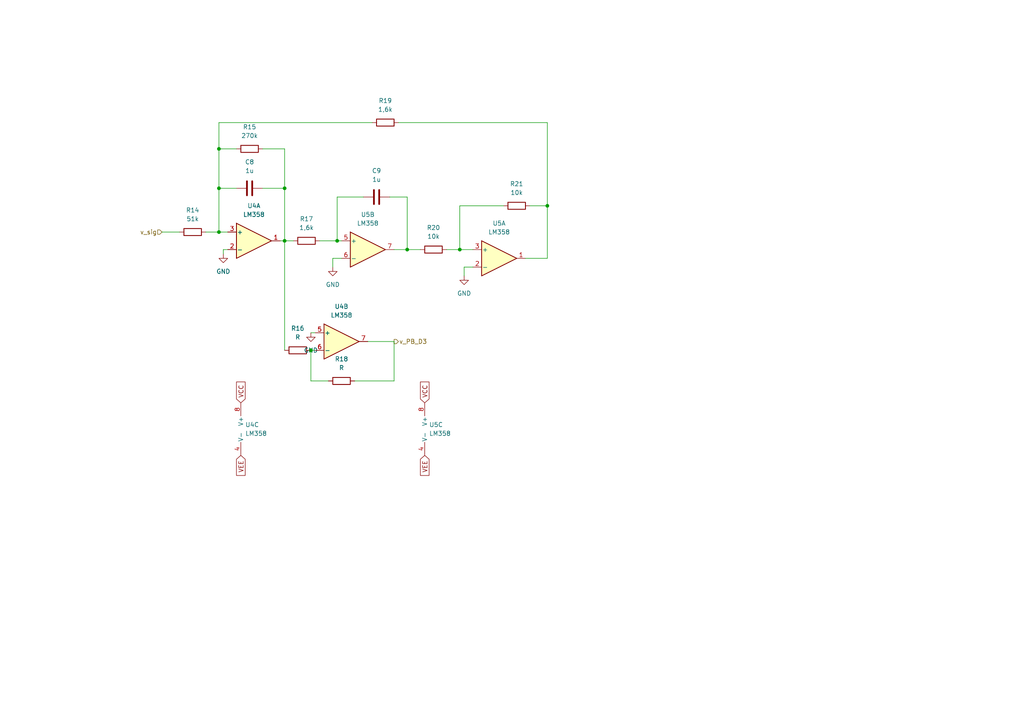
<source format=kicad_sch>
(kicad_sch (version 20211123) (generator eeschema)
  (paper "A4")
  (lib_symbols
    (symbol "Amplifier_Operational:LM358" (pin_names (offset 0.127))
      (property "Reference" "U" (at 0 5.08 0))
      (property "Value" "LM358" (at 0 -5.08 0))
      (symbol "LM358_1_1"
        (polyline (pts (xy -5.08 5.08) (xy 5.08 0) (xy -5.08 -5.08) (xy -5.08 5.08)) (stroke (width 0.254)) (fill (type background)))
        (pin output line (at 7.62 0 180) (length 2.54) (name "~") (number "1"))
        (pin input line (at -7.62 -2.54 0) (length 2.54) (name "-") (number "2"))
        (pin input line (at -7.62 2.54 0) (length 2.54) (name "+") (number "3"))
      )
      (symbol "LM358_2_1"
        (polyline (pts (xy -5.08 5.08) (xy 5.08 0) (xy -5.08 -5.08) (xy -5.08 5.08)) (stroke (width 0.254)) (fill (type background)))
        (pin input line (at -7.62 2.54 0) (length 2.54) (name "+") (number "5"))
        (pin input line (at -7.62 -2.54 0) (length 2.54) (name "-") (number "6"))
        (pin output line (at 7.62 0 180) (length 2.54) (name "~") (number "7"))
      )
      (symbol "LM358_3_1"
        (pin power_in line (at -2.54 -7.62 90) (length 3.81) (name "V-") (number "4"))
        (pin power_in line (at -2.54 7.62 270) (length 3.81) (name "V+") (number "8"))
      )
    )
    (symbol "Device:C" (pin_numbers hide) (pin_names (offset 0.254))
      (property "Reference" "C" (at 0.635 2.54 0))
      (property "Value" "C" (at 0.635 -2.54 0))
      (symbol "C_0_1"
        (polyline (pts (xy -2.032 -0.762) (xy 2.032 -0.762)) (stroke (width 0.508)))
        (polyline (pts (xy -2.032 0.762) (xy 2.032 0.762)) (stroke (width 0.508)))
      )
      (symbol "C_1_1"
        (pin passive line (at 0 3.81 270) (length 2.794) (name "~") (number "1"))
        (pin passive line (at 0 -3.81 90) (length 2.794) (name "~") (number "2"))
      )
    )
    (symbol "Device:R" (pin_numbers hide) (pin_names (offset 0))
      (property "Reference" "R" (at 2.032 0 90))
      (property "Value" "R" (at 0 0 90))
      (symbol "R_0_1"
        (rectangle (start -1.016 -2.54) (end 1.016 2.54) (stroke (width 0.254)))
      )
      (symbol "R_1_1"
        (pin passive line (at 0 3.81 270) (length 1.27) (name "~") (number "1"))
        (pin passive line (at 0 -3.81 90) (length 1.27) (name "~") (number "2"))
      )
    )
    (symbol "power:GND" (power) (pin_names (offset 0))
      (property "Value" "GND" (at 0 -3.81 0))
      (symbol "GND_0_1"
        (polyline (pts (xy 0 0) (xy 0 -1.27) (xy 1.27 -1.27) (xy 0 -2.54) (xy -1.27 -1.27) (xy 0 -1.27)))
      )
      (symbol "GND_1_1"
        (pin power_in line (at 0 0 270) (length 0) hide (name "GND") (number "1"))
      )
    )
  )
  (junction (at 63.5 43.18))
  (junction (at 133.35 72.39))
  (junction (at 97.79 69.85))
  (junction (at 82.55 54.61))
  (junction (at 90.17 101.6))
  (junction (at 158.75 59.69))
  (junction (at 63.5 67.31))
  (junction (at 118.11 72.39))
  (junction (at 63.5 54.61))
  (junction (at 82.55 69.85))
  (wire (pts (xy 105.41 57.15) (xy 97.79 57.15)))
  (wire (pts (xy 63.5 54.61) (xy 63.5 67.31)))
  (wire (pts (xy 129.54 72.39) (xy 133.35 72.39)))
  (wire (pts (xy 82.55 69.85) (xy 85.09 69.85)))
  (wire (pts (xy 134.62 77.47) (xy 137.16 77.47)))
  (wire (pts (xy 64.77 73.66) (xy 64.77 72.39)))
  (wire (pts (xy 64.77 72.39) (xy 66.04 72.39)))
  (wire (pts (xy 46.99 67.31) (xy 52.07 67.31)))
  (wire (pts (xy 82.55 54.61) (xy 82.55 69.85)))
  (wire (pts (xy 102.87 110.49) (xy 114.3 110.49)))
  (wire (pts (xy 63.5 35.56) (xy 63.5 43.18)))
  (wire (pts (xy 158.75 35.56) (xy 158.75 59.69)))
  (wire (pts (xy 63.5 67.31) (xy 66.04 67.31)))
  (wire (pts (xy 76.2 54.61) (xy 82.55 54.61)))
  (wire (pts (xy 114.3 110.49) (xy 114.3 99.06)))
  (wire (pts (xy 63.5 43.18) (xy 63.5 54.61)))
  (wire (pts (xy 158.75 59.69) (xy 153.67 59.69)))
  (wire (pts (xy 82.55 43.18) (xy 82.55 54.61)))
  (wire (pts (xy 59.69 67.31) (xy 63.5 67.31)))
  (wire (pts (xy 95.25 110.49) (xy 90.17 110.49)))
  (wire (pts (xy 68.58 43.18) (xy 63.5 43.18)))
  (wire (pts (xy 97.79 69.85) (xy 99.06 69.85)))
  (wire (pts (xy 68.58 54.61) (xy 63.5 54.61)))
  (wire (pts (xy 118.11 57.15) (xy 118.11 72.39)))
  (wire (pts (xy 114.3 72.39) (xy 118.11 72.39)))
  (wire (pts (xy 76.2 43.18) (xy 82.55 43.18)))
  (wire (pts (xy 81.28 69.85) (xy 82.55 69.85)))
  (wire (pts (xy 118.11 72.39) (xy 121.92 72.39)))
  (wire (pts (xy 82.55 69.85) (xy 82.55 101.6)))
  (wire (pts (xy 113.03 57.15) (xy 118.11 57.15)))
  (wire (pts (xy 90.17 110.49) (xy 90.17 101.6)))
  (wire (pts (xy 92.71 69.85) (xy 97.79 69.85)))
  (wire (pts (xy 90.17 101.6) (xy 91.44 101.6)))
  (wire (pts (xy 152.4 74.93) (xy 158.75 74.93)))
  (wire (pts (xy 97.79 57.15) (xy 97.79 69.85)))
  (wire (pts (xy 115.57 35.56) (xy 158.75 35.56)))
  (wire (pts (xy 114.3 99.06) (xy 106.68 99.06)))
  (wire (pts (xy 134.62 80.01) (xy 134.62 77.47)))
  (wire (pts (xy 158.75 74.93) (xy 158.75 59.69)))
  (wire (pts (xy 133.35 72.39) (xy 137.16 72.39)))
  (wire (pts (xy 133.35 59.69) (xy 133.35 72.39)))
  (wire (pts (xy 107.95 35.56) (xy 63.5 35.56)))
  (wire (pts (xy 96.52 74.93) (xy 96.52 77.47)))
  (wire (pts (xy 90.17 96.52) (xy 91.44 96.52)))
  (wire (pts (xy 99.06 74.93) (xy 96.52 74.93)))
  (wire (pts (xy 146.05 59.69) (xy 133.35 59.69)))
  (global_label "VEE" (shape input) (at 123.19 132.08 270) (property "Intersheet References" "${INTERSHEET_REFS}" (effects hide)))
  (global_label "VCC" (shape input) (at 123.19 116.84 90) (property "Intersheet References" "${INTERSHEET_REFS}" (effects hide)))
  (global_label "VEE" (shape input) (at 69.85 132.08 270) (property "Intersheet References" "${INTERSHEET_REFS}" (effects hide)))
  (global_label "VCC" (shape input) (at 69.85 116.84 90) (property "Intersheet References" "${INTERSHEET_REFS}" (effects hide)))
  (hierarchical_label "v_PB_D3" (shape output) (at 114.3 99.06 0))
  (hierarchical_label "v_sig" (shape input) (at 46.99 67.31 180))
  (symbol (lib_id "Device:R") (at 86.36 101.6 90) (unit 1)
    (property "Reference" "R16" (at 86.36 95.25 90))
    (property "Value" "R" (at 86.36 97.79 90))
  )
  (symbol (lib_id "Amplifier_Operational:LM358") (at 106.68 72.39 0) (unit 2)
    (property "Reference" "U5" (at 106.68 62.23 0))
    (property "Value" "LM358" (at 106.68 64.77 0))
    (property "Footprint" "Package_DIP:DIP-8_W7.62mm" (effects hide))
    (property "Datasheet" "http://www.ti.com/lit/ds/symlink/lm2904-n.pdf" (effects hide))
  )
  (symbol (lib_id "Amplifier_Operational:LM358") (at 73.66 69.85 0) (unit 1)
    (property "Reference" "U4" (at 73.66 59.69 0))
    (property "Value" "LM358" (at 73.66 62.23 0))
    (property "Footprint" "Package_DIP:DIP-8_W7.62mm" (effects hide))
    (property "Datasheet" "http://www.ti.com/lit/ds/symlink/lm2904-n.pdf" (effects hide))
  )
  (symbol (lib_id "power:GND") (at 96.52 77.47 0) (unit 1)
    (property "Reference" "#PWR016" (effects hide))
    (property "Value" "GND" (at 96.52 82.55 0))
  )
  (symbol (lib_id "Amplifier_Operational:LM358") (at 125.73 124.46 0) (unit 3)
    (property "Reference" "U5" (at 124.46 123.1899 0) (effects (justify left)))
    (property "Value" "LM358" (at 124.46 125.7299 0) (effects (justify left)))
    (property "Footprint" "Package_DIP:DIP-8_W7.62mm" (effects hide))
    (property "Datasheet" "http://www.ti.com/lit/ds/symlink/lm2904-n.pdf" (effects hide))
  )
  (symbol (lib_id "Device:C") (at 109.22 57.15 90) (unit 1)
    (property "Reference" "C9" (at 109.22 49.53 90))
    (property "Value" "1u" (at 109.22 52.07 90))
  )
  (symbol (lib_id "Device:C") (at 72.39 54.61 90) (unit 1)
    (property "Reference" "C8" (at 72.39 46.99 90))
    (property "Value" "1u" (at 72.39 49.53 90))
  )
  (symbol (lib_id "Amplifier_Operational:LM358") (at 99.06 99.06 0) (unit 2)
    (property "Reference" "U4" (at 99.06 88.9 0))
    (property "Value" "LM358" (at 99.06 91.44 0))
    (property "Footprint" "Package_DIP:DIP-8_W7.62mm" (effects hide))
    (property "Datasheet" "http://www.ti.com/lit/ds/symlink/lm2904-n.pdf" (effects hide))
  )
  (symbol (lib_id "Device:R") (at 111.76 35.56 90) (unit 1)
    (property "Reference" "R19" (at 111.76 29.21 90))
    (property "Value" "1,6k" (at 111.76 31.75 90))
    (property "Footprint" "Resistor_SMD:R_0805_2012Metric" (effects hide))
  )
  (symbol (lib_id "Amplifier_Operational:LM358") (at 72.39 124.46 0) (unit 3)
    (property "Reference" "U4" (at 71.12 123.1899 0) (effects (justify left)))
    (property "Value" "LM358" (at 71.12 125.7299 0) (effects (justify left)))
    (property "Footprint" "Package_DIP:DIP-8_W7.62mm" (effects hide))
    (property "Datasheet" "http://www.ti.com/lit/ds/symlink/lm2904-n.pdf" (effects hide))
  )
  (symbol (lib_id "Device:R") (at 149.86 59.69 90) (unit 1)
    (property "Reference" "R21" (at 149.86 53.34 90))
    (property "Value" "10k" (at 149.86 55.88 90))
    (property "Footprint" "Resistor_SMD:R_0805_2012Metric" (effects hide))
  )
  (symbol (lib_id "Amplifier_Operational:LM358") (at 144.78 74.93 0) (unit 1)
    (property "Reference" "U5" (at 144.78 64.77 0))
    (property "Value" "LM358" (at 144.78 67.31 0))
    (property "Footprint" "Package_DIP:DIP-8_W7.62mm" (effects hide))
    (property "Datasheet" "http://www.ti.com/lit/ds/symlink/lm2904-n.pdf" (effects hide))
  )
  (symbol (lib_id "Device:R") (at 125.73 72.39 90) (unit 1)
    (property "Reference" "R20" (at 125.73 66.04 90))
    (property "Value" "10k" (at 125.73 68.58 90))
    (property "Footprint" "Resistor_SMD:R_0805_2012Metric" (effects hide))
  )
  (symbol (lib_id "power:GND") (at 134.62 80.01 0) (unit 1)
    (property "Reference" "#PWR017" (effects hide))
    (property "Value" "GND" (at 134.62 85.09 0))
  )
  (symbol (lib_id "power:GND") (at 64.77 73.66 0) (unit 1)
    (property "Reference" "#PWR014" (effects hide))
    (property "Value" "GND" (at 64.77 78.74 0))
  )
  (symbol (lib_id "Device:R") (at 72.39 43.18 90) (unit 1)
    (property "Reference" "R15" (at 72.39 36.83 90))
    (property "Value" "270k" (at 72.39 39.37 90))
    (property "Footprint" "Resistor_SMD:R_0805_2012Metric" (effects hide))
  )
  (symbol (lib_id "Device:R") (at 88.9 69.85 90) (unit 1)
    (property "Reference" "R17" (at 88.9 63.5 90))
    (property "Value" "1,6k" (at 88.9 66.04 90))
    (property "Footprint" "Resistor_SMD:R_0805_2012Metric" (effects hide))
  )
  (symbol (lib_id "Device:R") (at 55.88 67.31 90) (unit 1)
    (property "Reference" "R14" (at 55.88 60.96 90))
    (property "Value" "51k" (at 55.88 63.5 90))
    (property "Footprint" "Resistor_SMD:R_0805_2012Metric" (effects hide))
  )
  (symbol (lib_id "power:GND") (at 90.17 96.52 0) (unit 1)
    (property "Reference" "#PWR015" (effects hide))
    (property "Value" "GND" (at 90.17 101.6 0))
  )
  (symbol (lib_id "Device:R") (at 99.06 110.49 90) (unit 1)
    (property "Reference" "R18" (at 99.06 104.14 90))
    (property "Value" "R" (at 99.06 106.68 90))
  )
)
</source>
